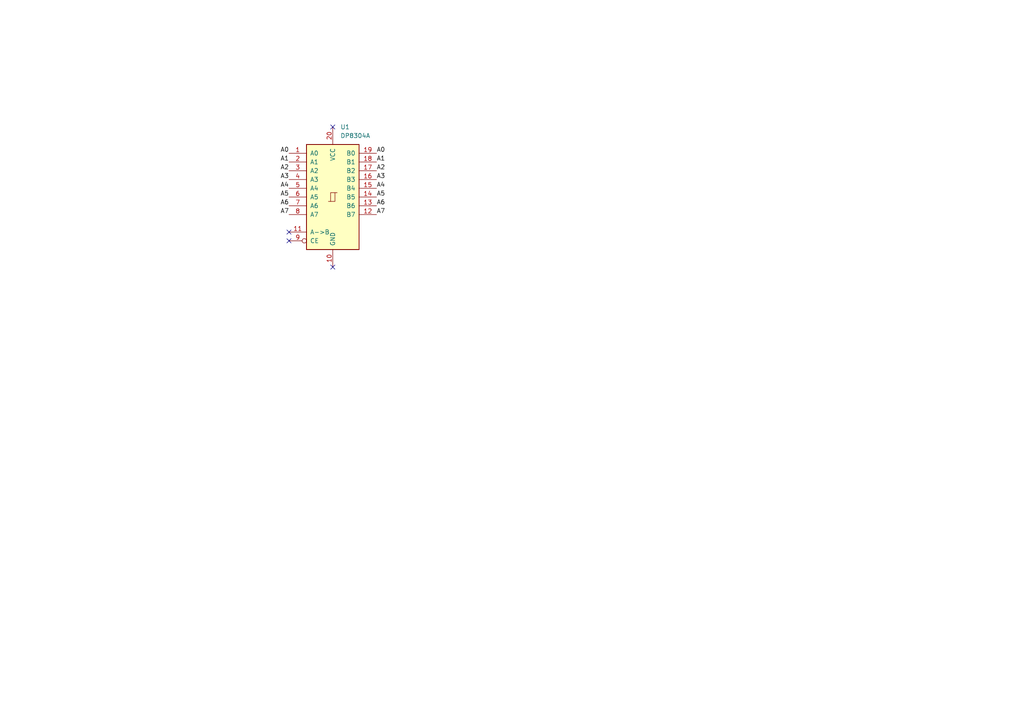
<source format=kicad_sch>
(kicad_sch (version 20230121) (generator eeschema)

  (uuid a6eee39d-5246-4f78-80ff-4ee184f7596d)

  (paper "A4")

  (title_block
    (title "Acorn Atom IC4 Databus Bypass")
    (date "2023-10-03")
    (rev "01")
  )

  (lib_symbols
    (symbol "74xx:74LS245" (pin_names (offset 1.016)) (in_bom yes) (on_board yes)
      (property "Reference" "U?" (at 2.0194 20.32 0)
        (effects (font (size 1.27 1.27)) (justify left))
      )
      (property "Value" "74LS245" (at 2.0194 17.78 0)
        (effects (font (size 1.27 1.27)) (justify left))
      )
      (property "Footprint" "" (at 0 0 0)
        (effects (font (size 1.27 1.27)) hide)
      )
      (property "Datasheet" "http://www.ti.com/lit/gpn/sn74LS245" (at 0 0 0)
        (effects (font (size 1.27 1.27)) hide)
      )
      (property "ki_locked" "" (at 0 0 0)
        (effects (font (size 1.27 1.27)))
      )
      (property "ki_keywords" "TTL BUS 3State" (at 0 0 0)
        (effects (font (size 1.27 1.27)) hide)
      )
      (property "ki_description" "Octal BUS Transceivers, 3-State outputs" (at 0 0 0)
        (effects (font (size 1.27 1.27)) hide)
      )
      (property "ki_fp_filters" "DIP?20*" (at 0 0 0)
        (effects (font (size 1.27 1.27)) hide)
      )
      (symbol "74LS245_1_0"
        (polyline
          (pts
            (xy -0.635 -1.27)
            (xy -0.635 1.27)
            (xy 0.635 1.27)
          )
          (stroke (width 0) (type default))
          (fill (type none))
        )
        (polyline
          (pts
            (xy -1.27 -1.27)
            (xy 0.635 -1.27)
            (xy 0.635 1.27)
            (xy 1.27 1.27)
          )
          (stroke (width 0) (type default))
          (fill (type none))
        )
        (pin tri_state line (at -12.7 12.7 0) (length 5.08)
          (name "A0" (effects (font (size 1.27 1.27))))
          (number "1" (effects (font (size 1.27 1.27))))
        )
        (pin power_in line (at 0 -20.32 90) (length 5.08)
          (name "GND" (effects (font (size 1.27 1.27))))
          (number "10" (effects (font (size 1.27 1.27))))
        )
        (pin input line (at -12.7 -10.16 0) (length 5.08)
          (name "A->B" (effects (font (size 1.27 1.27))))
          (number "11" (effects (font (size 1.27 1.27))))
        )
        (pin tri_state line (at 12.7 -5.08 180) (length 5.08)
          (name "B7" (effects (font (size 1.27 1.27))))
          (number "12" (effects (font (size 1.27 1.27))))
        )
        (pin tri_state line (at 12.7 -2.54 180) (length 5.08)
          (name "B6" (effects (font (size 1.27 1.27))))
          (number "13" (effects (font (size 1.27 1.27))))
        )
        (pin tri_state line (at 12.7 0 180) (length 5.08)
          (name "B5" (effects (font (size 1.27 1.27))))
          (number "14" (effects (font (size 1.27 1.27))))
        )
        (pin tri_state line (at 12.7 2.54 180) (length 5.08)
          (name "B4" (effects (font (size 1.27 1.27))))
          (number "15" (effects (font (size 1.27 1.27))))
        )
        (pin tri_state line (at 12.7 5.08 180) (length 5.08)
          (name "B3" (effects (font (size 1.27 1.27))))
          (number "16" (effects (font (size 1.27 1.27))))
        )
        (pin tri_state line (at 12.7 7.62 180) (length 5.08)
          (name "B2" (effects (font (size 1.27 1.27))))
          (number "17" (effects (font (size 1.27 1.27))))
        )
        (pin tri_state line (at 12.7 10.16 180) (length 5.08)
          (name "B1" (effects (font (size 1.27 1.27))))
          (number "18" (effects (font (size 1.27 1.27))))
        )
        (pin tri_state line (at 12.7 12.7 180) (length 5.08)
          (name "B0" (effects (font (size 1.27 1.27))))
          (number "19" (effects (font (size 1.27 1.27))))
        )
        (pin tri_state line (at -12.7 10.16 0) (length 5.08)
          (name "A1" (effects (font (size 1.27 1.27))))
          (number "2" (effects (font (size 1.27 1.27))))
        )
        (pin power_in line (at 0 20.32 270) (length 5.08)
          (name "VCC" (effects (font (size 1.27 1.27))))
          (number "20" (effects (font (size 1.27 1.27))))
        )
        (pin tri_state line (at -12.7 7.62 0) (length 5.08)
          (name "A2" (effects (font (size 1.27 1.27))))
          (number "3" (effects (font (size 1.27 1.27))))
        )
        (pin tri_state line (at -12.7 5.08 0) (length 5.08)
          (name "A3" (effects (font (size 1.27 1.27))))
          (number "4" (effects (font (size 1.27 1.27))))
        )
        (pin tri_state line (at -12.7 2.54 0) (length 5.08)
          (name "A4" (effects (font (size 1.27 1.27))))
          (number "5" (effects (font (size 1.27 1.27))))
        )
        (pin tri_state line (at -12.7 0 0) (length 5.08)
          (name "A5" (effects (font (size 1.27 1.27))))
          (number "6" (effects (font (size 1.27 1.27))))
        )
        (pin tri_state line (at -12.7 -2.54 0) (length 5.08)
          (name "A6" (effects (font (size 1.27 1.27))))
          (number "7" (effects (font (size 1.27 1.27))))
        )
        (pin tri_state line (at -12.7 -5.08 0) (length 5.08)
          (name "A7" (effects (font (size 1.27 1.27))))
          (number "8" (effects (font (size 1.27 1.27))))
        )
        (pin input inverted (at -12.7 -12.7 0) (length 5.08)
          (name "CE" (effects (font (size 1.27 1.27))))
          (number "9" (effects (font (size 1.27 1.27))))
        )
      )
      (symbol "74LS245_1_1"
        (rectangle (start -7.62 15.24) (end 7.62 -15.24)
          (stroke (width 0.254) (type default))
          (fill (type background))
        )
      )
    )
  )


  (no_connect (at 83.82 69.85) (uuid 13a46650-3713-4bfb-86ac-4cb35c63af10))
  (no_connect (at 96.52 77.47) (uuid 336b10dd-ad24-487f-b0d0-df6c9d51c247))
  (no_connect (at 96.52 36.83) (uuid c4715eea-3dbf-40e9-8f9e-15ce3fd353e3))
  (no_connect (at 83.82 67.31) (uuid ea803f77-00dd-4689-9c55-2f5a258b2b54))

  (label "A5" (at 109.22 57.15 0) (fields_autoplaced)
    (effects (font (size 1.27 1.27)) (justify left bottom))
    (uuid 07b0bdcd-9684-4809-b825-31940e9c069b)
  )
  (label "A6" (at 83.82 59.69 180) (fields_autoplaced)
    (effects (font (size 1.27 1.27)) (justify right bottom))
    (uuid 0e78f810-38f8-4b70-81a9-af71d9e5082c)
  )
  (label "A2" (at 109.22 49.53 0) (fields_autoplaced)
    (effects (font (size 1.27 1.27)) (justify left bottom))
    (uuid 2de62974-0d01-4eb2-baef-f9bde3d976d2)
  )
  (label "A4" (at 109.22 54.61 0) (fields_autoplaced)
    (effects (font (size 1.27 1.27)) (justify left bottom))
    (uuid 486f79bd-8e14-4ad6-8e62-fcfb82da388d)
  )
  (label "A3" (at 109.22 52.07 0) (fields_autoplaced)
    (effects (font (size 1.27 1.27)) (justify left bottom))
    (uuid 48a5e28a-2fa0-4143-b712-ab6cdd306542)
  )
  (label "A2" (at 83.82 49.53 180) (fields_autoplaced)
    (effects (font (size 1.27 1.27)) (justify right bottom))
    (uuid 53f01625-a52e-446a-86f1-842504b6d2c0)
  )
  (label "A7" (at 83.82 62.23 180) (fields_autoplaced)
    (effects (font (size 1.27 1.27)) (justify right bottom))
    (uuid 6cd1a948-7045-4116-a3ee-6af7c6018b2a)
  )
  (label "A7" (at 109.22 62.23 0) (fields_autoplaced)
    (effects (font (size 1.27 1.27)) (justify left bottom))
    (uuid 707b9565-49ce-420a-824e-fb2d0acb6545)
  )
  (label "A1" (at 83.82 46.99 180) (fields_autoplaced)
    (effects (font (size 1.27 1.27)) (justify right bottom))
    (uuid 71e846d9-591c-450d-a81f-c40efc730c8a)
  )
  (label "A0" (at 109.22 44.45 0) (fields_autoplaced)
    (effects (font (size 1.27 1.27)) (justify left bottom))
    (uuid 770b6a9a-2fe7-4da2-a86f-f31fcc232d2a)
  )
  (label "A5" (at 83.82 57.15 180) (fields_autoplaced)
    (effects (font (size 1.27 1.27)) (justify right bottom))
    (uuid 8c9bfe92-7f99-4244-8ee8-cb533aa0bb25)
  )
  (label "A3" (at 83.82 52.07 180) (fields_autoplaced)
    (effects (font (size 1.27 1.27)) (justify right bottom))
    (uuid cfdde116-34fc-434f-92db-a168590af107)
  )
  (label "A1" (at 109.22 46.99 0) (fields_autoplaced)
    (effects (font (size 1.27 1.27)) (justify left bottom))
    (uuid e526f733-67c8-46c4-8ff5-c93030a586d8)
  )
  (label "A4" (at 83.82 54.61 180) (fields_autoplaced)
    (effects (font (size 1.27 1.27)) (justify right bottom))
    (uuid e873a270-1a5f-47af-b216-14920f6cd8e6)
  )
  (label "A0" (at 83.82 44.45 180) (fields_autoplaced)
    (effects (font (size 1.27 1.27)) (justify right bottom))
    (uuid ece9b0a3-9766-41a5-be42-f7393bac5354)
  )
  (label "A6" (at 109.22 59.69 0) (fields_autoplaced)
    (effects (font (size 1.27 1.27)) (justify left bottom))
    (uuid f229bf01-cfa2-4833-b7e8-9898f702fc27)
  )

  (symbol (lib_id "74xx:74LS245") (at 96.52 57.15 0) (unit 1)
    (in_bom yes) (on_board yes) (dnp no) (fields_autoplaced)
    (uuid a15e5724-1081-42a6-a668-6b0a4235ee51)
    (property "Reference" "U1" (at 98.7141 36.83 0)
      (effects (font (size 1.27 1.27)) (justify left))
    )
    (property "Value" "DP8304A" (at 98.7141 39.37 0)
      (effects (font (size 1.27 1.27)) (justify left))
    )
    (property "Footprint" "Package_DIP:DIP-20_W7.62mm_Socket" (at 96.52 57.15 0)
      (effects (font (size 1.27 1.27)) hide)
    )
    (property "Datasheet" "http://www.ti.com/lit/gpn/sn74LS245" (at 96.52 57.15 0)
      (effects (font (size 1.27 1.27)) hide)
    )
    (pin "1" (uuid 3c682c28-8cf0-4a04-909e-5c4c025ef103))
    (pin "10" (uuid 11e6adb6-5291-4001-99fd-786c13d24447))
    (pin "11" (uuid e121e6b7-ddda-4c7a-80ad-a697c4029936))
    (pin "12" (uuid 21050281-c4b4-48e7-9abc-900cd97fd027))
    (pin "13" (uuid d661afc1-2088-4d7f-b7fd-41f5cb90f486))
    (pin "14" (uuid e2b1076e-88b8-45c3-9886-9a77b716f591))
    (pin "15" (uuid 1341305d-2b47-4d22-9de8-056d0a4df1f7))
    (pin "16" (uuid 861293ee-19a3-4573-9b21-431a43a89c2a))
    (pin "17" (uuid a7e53874-6939-4cca-97b1-19f0b11794ac))
    (pin "18" (uuid 30dab28a-bc7a-4912-a33a-931d0a74c91e))
    (pin "19" (uuid c99f9461-56aa-47e8-bb64-172c677af69d))
    (pin "2" (uuid 6b9ee26e-19f8-4b7a-bc75-e593f5749dc5))
    (pin "20" (uuid 96dee17f-4403-4e1e-a468-04b7fcee5709))
    (pin "3" (uuid fc54cc06-2040-41ec-9db1-c310a59ed042))
    (pin "4" (uuid 3fb5e2bd-f74a-442b-a862-c410b5270418))
    (pin "5" (uuid ed8d3646-cdfa-44f7-8f00-6d63f934b674))
    (pin "6" (uuid e70b2e4a-2683-4dd7-bc8b-89dff5ae1ab3))
    (pin "7" (uuid 8736ec77-3810-47bf-ad03-53da62dbd2ac))
    (pin "8" (uuid dd8f8674-391d-4477-a9ae-0968bc6ed73f))
    (pin "9" (uuid d296ebaf-6cd5-42e0-aa59-23d0f4bccf95))
    (instances
      (project "Buffer_Bypass"
        (path "/a6eee39d-5246-4f78-80ff-4ee184f7596d"
          (reference "U1") (unit 1)
        )
      )
    )
  )

  (sheet_instances
    (path "/" (page "1"))
  )
)

</source>
